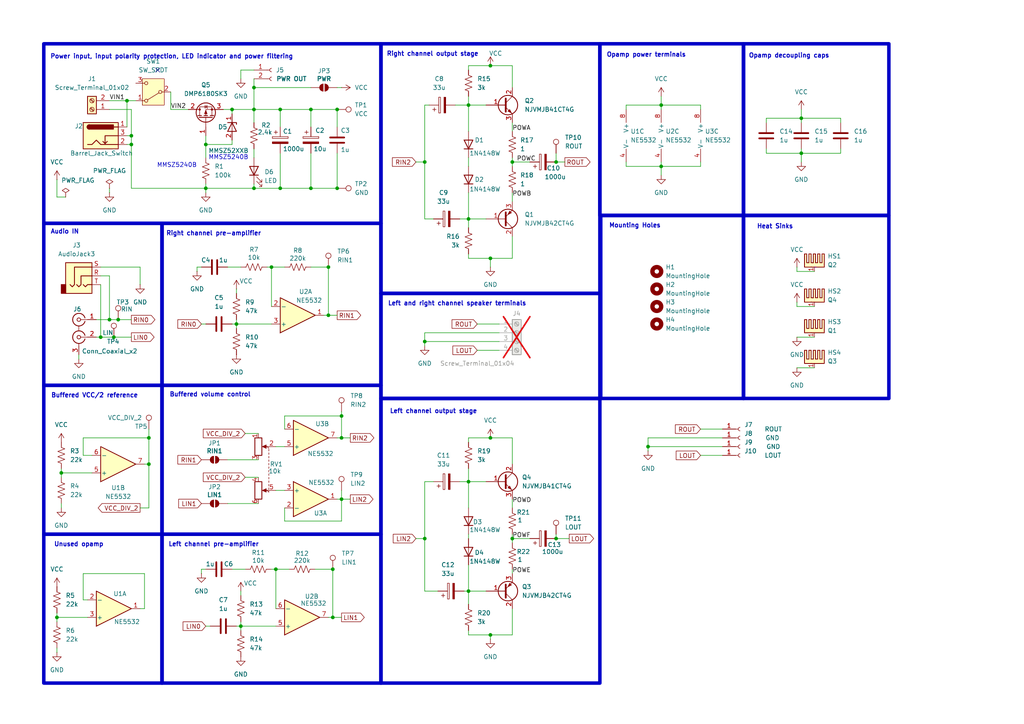
<source format=kicad_sch>
(kicad_sch (version 20250114) (generator "eeschema") (generator_version "9.0")
  (paper "A4")
  (title_block (title "Basic Stereo Amp") (date "2024-09-29") (rev "v3") (comment 1 "Author: Hussam Al-Hertani"))
  (rectangle (start 12.7 111.76) (end 46.99 154.94) (stroke (width 1.016)))
  (rectangle (start 215.646 62.484) (end 257.81 115.57) (stroke (width 1.016)))
  (rectangle (start 110.49 12.7) (end 173.99 85.09) (stroke (width 1.016)))
  (rectangle (start 110.49 85.09) (end 173.99 115.57) (stroke (width 1.016)))
  (rectangle (start 46.99 154.94) (end 110.49 198.12) (stroke (width 1.016)))
  (rectangle (start 173.99 12.7) (end 215.646 62.484) (stroke (width 1.016)))
  (rectangle (start 46.99 64.77) (end 110.49 111.76) (stroke (width 1.016)))
  (rectangle (start 12.7 12.7) (end 110.49 64.77) (stroke (width 1.016)))
  (rectangle (start 12.7 64.77) (end 46.99 111.76) (stroke (width 1.016)))
  (rectangle (start 174.244 62.484) (end 215.646 115.57) (stroke (width 1.016)))
  (rectangle (start 46.99 111.76) (end 110.49 154.94) (stroke (width 1.016)))
  (rectangle (start 215.646 12.7) (end 257.81 62.484) (stroke (width 1.016)))
  (rectangle (start 12.7 154.94) (end 46.99 198.12) (stroke (width 1.016)))
  (rectangle (start 110.49 115.57) (end 173.99 198.12) (stroke (width 1.016)))
  (text "Left channel output stage" (at 125.73 119.38 0) (effects (font (size 1.27 1.27) (thickness 0.254) (bold yes))))
  (text "Audio IN" (at 18.796 67.31 0) (effects (font (size 1.27 1.27) (thickness 0.254) (bold yes))))
  (text "MMSZ5240B" (at 60.452 46.482 0) (effects (font (size 1.27 1.27)) (justify left bottom)))
  (text "Heat Sinks" (at 224.79 65.786 0) (effects (font (size 1.27 1.27) (thickness 0.254) (bold yes))))
  (text "Opamp decoupling caps" (at 228.854 16.256 0) (effects (font (size 1.27 1.27) (thickness 0.254) (bold yes))))
  (text "Mounting Holes" (at 184.15 65.532 0) (effects (font (size 1.27 1.27) (thickness 0.254) (bold yes))))
  (text "Buffered volume control" (at 60.96 114.554 0) (effects (font (size 1.27 1.27) (thickness 0.254) (bold yes))))
  (text "Opamp power terminals" (at 187.452 16.002 0) (effects (font (size 1.27 1.27) (thickness 0.254) (bold yes))))
  (text "Right channel pre-amplifier" (at 61.976 67.818 0) (effects (font (size 1.27 1.27) (thickness 0.254) (bold yes))))
  (text "Buffered VCC/2 reference" (at 27.432 114.808 0) (effects (font (size 1.27 1.27) (thickness 0.254) (bold yes))))
  (text "Unused opamp" (at 22.86 157.988 0) (effects (font (size 1.27 1.27) (thickness 0.254) (bold yes))))
  (text "Right channel output stage" (at 125.476 15.748 0) (effects (font (size 1.27 1.27) (thickness 0.254) (bold yes))))
  (text "MMSZ5240B" (at 51.308 48.006 0) (effects (font (size 1.27 1.27))))
  (text "Left and right channel speaker terminals" (at 132.588 88.138 0) (effects (font (size 1.27 1.27) (thickness 0.254) (bold yes))))
  (text "Left channel pre-amplifier" (at 61.976 157.988 0) (effects (font (size 1.27 1.27) (thickness 0.254) (bold yes))))
  (text "Power input, input polarity protection, LED indicator and power filtering " (at 50.292 16.51 0) (effects (font (size 1.27 1.27) (thickness 0.254) (bold yes))))
  (junction (at 232.41 44.45))
  (junction (at 69.85 181.61))
  (junction (at 99.06 120.65))
  (junction (at 80.01 165.1))
  (junction (at 81.28 31.75))
  (junction (at 123.19 99.06))
  (junction (at 16.51 179.07))
  (junction (at 123.19 156.21))
  (junction (at 73.66 31.75))
  (junction (at 59.69 54.61))
  (junction (at 142.24 74.93))
  (junction (at 135.89 171.45))
  (junction (at 142.24 19.05))
  (junction (at 68.58 93.98))
  (junction (at 148.59 46.99))
  (junction (at 135.89 63.5))
  (junction (at 33.02 97.79))
  (junction (at 187.96 129.54))
  (junction (at 96.52 165.1))
  (junction (at 34.29 92.71))
  (junction (at 43.18 134.62))
  (junction (at 43.18 127))
  (junction (at 95.25 77.47))
  (junction (at 73.66 25.4))
  (junction (at 232.41 34.29))
  (junction (at 31.75 92.71))
  (junction (at 38.1 41.91))
  (junction (at 97.79 31.75))
  (junction (at 78.74 77.47))
  (junction (at 67.31 31.75))
  (junction (at 90.17 54.61))
  (junction (at 123.19 46.99))
  (junction (at 135.89 30.48))
  (junction (at 17.78 137.16))
  (junction (at 161.29 46.99))
  (junction (at 135.89 139.7))
  (junction (at 191.77 48.26))
  (junction (at 191.77 30.48))
  (junction (at 161.29 156.21))
  (junction (at 142.24 127))
  (junction (at 148.59 156.21))
  (junction (at 90.17 31.75))
  (junction (at 99.06 144.78))
  (junction (at 97.79 54.61))
  (junction (at 73.66 54.61))
  (junction (at 95.25 91.44))
  (junction (at 81.28 54.61))
  (junction (at 99.06 127))
  (junction (at 59.69 41.91))
  (junction (at 29.21 97.79))
  (junction (at 142.24 184.15))
  (junction (at 96.52 179.07))
  (junction (at 38.1 39.37))
  (junction (at 36.83 29.21))
  (no_connect (at 45.72 20.32))
  (wire (pts (xy 99.06 144.78) (xy 99.06 151.13)))
  (wire (pts (xy 140.97 30.48) (xy 135.89 30.48)))
  (wire (pts (xy 138.43 93.98) (xy 144.78 93.98)))
  (wire (pts (xy 43.18 127) (xy 43.18 134.62)))
  (wire (pts (xy 148.59 45.72) (xy 148.59 46.99)))
  (wire (pts (xy 66.04 133.35) (xy 74.93 133.35)))
  (wire (pts (xy 97.79 54.61) (xy 90.17 54.61)))
  (wire (pts (xy 97.79 144.78) (xy 99.06 144.78)))
  (wire (pts (xy 69.85 22.86) (xy 69.85 20.32)))
  (wire (pts (xy 71.12 138.43) (xy 74.93 138.43)))
  (wire (pts (xy 203.2 48.26) (xy 203.2 46.99)))
  (wire (pts (xy 68.58 92.71) (xy 68.58 93.98)))
  (wire (pts (xy 96.52 179.07) (xy 96.52 165.1)))
  (wire (pts (xy 80.01 165.1) (xy 83.82 165.1)))
  (wire (pts (xy 134.62 171.45) (xy 135.89 171.45)))
  (wire (pts (xy 181.61 30.48) (xy 191.77 30.48)))
  (wire (pts (xy 68.58 83.82) (xy 68.58 85.09)))
  (wire (pts (xy 142.24 19.05) (xy 148.59 19.05)))
  (wire (pts (xy 135.89 19.05) (xy 135.89 20.32)))
  (wire (pts (xy 123.19 99.06) (xy 123.19 100.33)))
  (wire (pts (xy 58.42 93.98) (xy 59.69 93.98)))
  (wire (pts (xy 123.19 96.52) (xy 123.19 99.06)))
  (wire (pts (xy 135.89 63.5) (xy 135.89 66.04)))
  (wire (pts (xy 24.13 127) (xy 43.18 127)))
  (wire (pts (xy 123.19 139.7) (xy 123.19 156.21)))
  (wire (pts (xy 132.08 30.48) (xy 135.89 30.48)))
  (wire (pts (xy 231.14 88.9) (xy 231.14 87.63)))
  (wire (pts (xy 148.59 156.21) (xy 148.59 157.48)))
  (wire (pts (xy 123.19 30.48) (xy 123.19 46.99)))
  (wire (pts (xy 232.41 34.29) (xy 232.41 35.56)))
  (wire (pts (xy 69.85 181.61) (xy 80.01 181.61)))
  (wire (pts (xy 231.14 78.74) (xy 231.14 77.47)))
  (wire (pts (xy 123.19 96.52) (xy 144.78 96.52)))
  (wire (pts (xy 80.01 142.24) (xy 82.55 142.24)))
  (wire (pts (xy 69.85 180.34) (xy 69.85 181.61)))
  (wire (pts (xy 43.18 124.46) (xy 43.18 127)))
  (wire (pts (xy 135.89 127) (xy 135.89 128.27)))
  (wire (pts (xy 16.51 187.96) (xy 16.51 189.23)))
  (wire (pts (xy 148.59 46.99) (xy 148.59 48.26)))
  (wire (pts (xy 222.25 44.45) (xy 232.41 44.45)))
  (wire (pts (xy 99.06 144.78) (xy 101.6 144.78)))
  (wire (pts (xy 59.69 39.37) (xy 59.69 41.91)))
  (wire (pts (xy 95.25 91.44) (xy 95.25 77.47)))
  (wire (pts (xy 40.64 176.53) (xy 41.91 176.53)))
  (wire (pts (xy 191.77 30.48) (xy 203.2 30.48)))
  (wire (pts (xy 187.96 127) (xy 187.96 129.54)))
  (wire (pts (xy 123.19 156.21) (xy 123.19 171.45)))
  (wire (pts (xy 25.4 173.99) (xy 24.13 173.99)))
  (wire (pts (xy 135.89 27.94) (xy 135.89 30.48)))
  (wire (pts (xy 31.75 54.61) (xy 31.75 55.88)))
  (wire (pts (xy 17.78 137.16) (xy 17.78 138.43)))
  (wire (pts (xy 135.89 171.45) (xy 135.89 175.26)))
  (wire (pts (xy 232.41 34.29) (xy 243.84 34.29)))
  (wire (pts (xy 31.75 80.01) (xy 31.75 92.71)))
  (wire (pts (xy 43.18 147.32) (xy 43.18 134.62)))
  (wire (pts (xy 17.78 135.89) (xy 17.78 137.16)))
  (wire (pts (xy 99.06 127) (xy 99.06 120.65)))
  (wire (pts (xy 69.85 171.45) (xy 69.85 172.72)))
  (wire (pts (xy 26.67 132.08) (xy 24.13 132.08)))
  (wire (pts (xy 80.01 129.54) (xy 82.55 129.54)))
  (wire (pts (xy 58.42 165.1) (xy 58.42 166.37)))
  (wire (pts (xy 148.59 46.99) (xy 153.67 46.99)))
  (wire (pts (xy 231.14 106.68) (xy 236.22 106.68)))
  (wire (pts (xy 142.24 74.93) (xy 142.24 77.47)))
  (wire (pts (xy 161.29 46.99) (xy 163.83 46.99)))
  (wire (pts (xy 57.15 77.47) (xy 58.42 77.47)))
  (wire (pts (xy 81.28 54.61) (xy 73.66 54.61)))
  (wire (pts (xy 16.51 177.8) (xy 16.51 179.07)))
  (wire (pts (xy 66.04 77.47) (xy 69.85 77.47)))
  (wire (pts (xy 58.42 165.1) (xy 59.69 165.1)))
  (wire (pts (xy 95.25 91.44) (xy 93.98 91.44)))
  (wire (pts (xy 231.14 97.79) (xy 236.22 97.79)))
  (wire (pts (xy 236.22 78.74) (xy 231.14 78.74)))
  (wire (pts (xy 99.06 119.38) (xy 99.06 120.65)))
  (wire (pts (xy 81.28 44.45) (xy 81.28 54.61)))
  (wire (pts (xy 41.91 166.37) (xy 41.91 176.53)))
  (wire (pts (xy 203.2 124.46) (xy 209.55 124.46)))
  (wire (pts (xy 95.25 91.44) (xy 97.79 91.44)))
  (wire (pts (xy 36.83 29.21) (xy 39.37 29.21)))
  (wire (pts (xy 16.51 57.15) (xy 19.05 57.15)))
  (wire (pts (xy 135.89 127) (xy 142.24 127)))
  (wire (pts (xy 99.06 151.13) (xy 82.55 151.13)))
  (wire (pts (xy 22.86 102.87) (xy 22.86 104.14)))
  (wire (pts (xy 142.24 184.15) (xy 142.24 185.42)))
  (wire (pts (xy 90.17 31.75) (xy 97.79 31.75)))
  (wire (pts (xy 148.59 19.05) (xy 148.59 25.4)))
  (wire (pts (xy 222.25 43.18) (xy 222.25 44.45)))
  (wire (pts (xy 148.59 154.94) (xy 148.59 156.21)))
  (wire (pts (xy 148.59 165.1) (xy 148.59 166.37)))
  (wire (pts (xy 29.21 82.55) (xy 29.21 97.79)))
  (wire (pts (xy 24.13 166.37) (xy 41.91 166.37)))
  (wire (pts (xy 91.44 165.1) (xy 96.52 165.1)))
  (wire (pts (xy 31.75 92.71) (xy 34.29 92.71)))
  (wire (pts (xy 232.41 43.18) (xy 232.41 44.45)))
  (wire (pts (xy 67.31 31.75) (xy 73.66 31.75)))
  (wire (pts (xy 161.29 154.94) (xy 161.29 156.21)))
  (wire (pts (xy 181.61 46.99) (xy 181.61 48.26)))
  (wire (pts (xy 67.31 40.64) (xy 67.31 41.91)))
  (wire (pts (xy 243.84 44.45) (xy 243.84 43.18)))
  (wire (pts (xy 29.21 97.79) (xy 33.02 97.79)))
  (wire (pts (xy 97.79 25.4) (xy 99.06 25.4)))
  (wire (pts (xy 97.79 44.45) (xy 97.79 54.61)))
  (wire (pts (xy 38.1 54.61) (xy 38.1 41.91)))
  (wire (pts (xy 161.29 156.21) (xy 165.1 156.21)))
  (wire (pts (xy 232.41 44.45) (xy 232.41 46.99)))
  (wire (pts (xy 142.24 127) (xy 148.59 127)))
  (wire (pts (xy 142.24 74.93) (xy 135.89 74.93)))
  (wire (pts (xy 59.69 54.61) (xy 38.1 54.61)))
  (wire (pts (xy 203.2 30.48) (xy 203.2 31.75)))
  (wire (pts (xy 90.17 77.47) (xy 95.25 77.47)))
  (wire (pts (xy 187.96 127) (xy 209.55 127)))
  (wire (pts (xy 36.83 39.37) (xy 38.1 39.37)))
  (wire (pts (xy 36.83 41.91) (xy 38.1 41.91)))
  (wire (pts (xy 133.35 63.5) (xy 135.89 63.5)))
  (wire (pts (xy 135.89 45.72) (xy 135.89 48.26)))
  (wire (pts (xy 73.66 25.4) (xy 73.66 31.75)))
  (wire (pts (xy 66.04 146.05) (xy 74.93 146.05)))
  (wire (pts (xy 90.17 44.45) (xy 90.17 54.61)))
  (wire (pts (xy 232.41 31.75) (xy 232.41 34.29)))
  (wire (pts (xy 187.96 129.54) (xy 187.96 130.81)))
  (wire (pts (xy 232.41 44.45) (xy 243.84 44.45)))
  (wire (pts (xy 161.29 44.45) (xy 161.29 46.99)))
  (wire (pts (xy 33.02 97.79) (xy 38.1 97.79)))
  (wire (pts (xy 203.2 132.08) (xy 209.55 132.08)))
  (wire (pts (xy 78.74 165.1) (xy 80.01 165.1)))
  (wire (pts (xy 120.65 156.21) (xy 123.19 156.21)))
  (wire (pts (xy 135.89 30.48) (xy 135.89 38.1)))
  (wire (pts (xy 135.89 74.93) (xy 135.89 73.66)))
  (wire (pts (xy 67.31 33.02) (xy 67.31 31.75)))
  (wire (pts (xy 148.59 144.78) (xy 148.59 147.32)))
  (wire (pts (xy 123.19 63.5) (xy 125.73 63.5)))
  (wire (pts (xy 36.83 29.21) (xy 36.83 36.83)))
  (wire (pts (xy 31.75 29.21) (xy 36.83 29.21)))
  (wire (pts (xy 78.74 77.47) (xy 82.55 77.47)))
  (wire (pts (xy 27.94 92.71) (xy 31.75 92.71)))
  (wire (pts (xy 90.17 31.75) (xy 81.28 31.75)))
  (wire (pts (xy 24.13 132.08) (xy 24.13 127)))
  (wire (pts (xy 135.89 63.5) (xy 140.97 63.5)))
  (wire (pts (xy 67.31 165.1) (xy 71.12 165.1)))
  (wire (pts (xy 80.01 176.53) (xy 80.01 165.1)))
  (wire (pts (xy 135.89 135.89) (xy 135.89 139.7)))
  (wire (pts (xy 49.53 31.75) (xy 54.61 31.75)))
  (wire (pts (xy 41.91 134.62) (xy 43.18 134.62)))
  (wire (pts (xy 135.89 171.45) (xy 140.97 171.45)))
  (wire (pts (xy 29.21 77.47) (xy 40.64 77.47)))
  (wire (pts (xy 191.77 30.48) (xy 191.77 31.75)))
  (wire (pts (xy 142.24 184.15) (xy 135.89 184.15)))
  (wire (pts (xy 68.58 181.61) (xy 69.85 181.61)))
  (wire (pts (xy 148.59 55.88) (xy 148.59 58.42)))
  (wire (pts (xy 99.06 120.65) (xy 82.55 120.65)))
  (wire (pts (xy 138.43 101.6) (xy 144.78 101.6)))
  (wire (pts (xy 57.15 77.47) (xy 57.15 78.74)))
  (wire (pts (xy 16.51 179.07) (xy 16.51 180.34)))
  (wire (pts (xy 82.55 151.13) (xy 82.55 147.32)))
  (wire (pts (xy 148.59 127) (xy 148.59 134.62)))
  (wire (pts (xy 148.59 68.58) (xy 148.59 74.93)))
  (wire (pts (xy 191.77 48.26) (xy 191.77 50.8)))
  (wire (pts (xy 135.89 19.05) (xy 142.24 19.05)))
  (wire (pts (xy 17.78 146.05) (xy 17.78 147.32)))
  (wire (pts (xy 81.28 31.75) (xy 73.66 31.75)))
  (wire (pts (xy 148.59 176.53) (xy 148.59 184.15)))
  (wire (pts (xy 68.58 93.98) (xy 78.74 93.98)))
  (wire (pts (xy 222.25 35.56) (xy 222.25 34.29)))
  (wire (pts (xy 90.17 31.75) (xy 90.17 36.83)))
  (wire (pts (xy 40.64 147.32) (xy 43.18 147.32)))
  (wire (pts (xy 96.52 179.07) (xy 99.06 179.07)))
  (wire (pts (xy 73.66 22.86) (xy 73.66 25.4)))
  (wire (pts (xy 135.89 55.88) (xy 135.89 63.5)))
  (wire (pts (xy 59.69 54.61) (xy 59.69 55.88)))
  (wire (pts (xy 77.47 77.47) (xy 78.74 77.47)))
  (wire (pts (xy 99.06 142.24) (xy 99.06 144.78)))
  (wire (pts (xy 59.69 53.34) (xy 59.69 54.61)))
  (wire (pts (xy 243.84 34.29) (xy 243.84 35.56)))
  (wire (pts (xy 123.19 99.06) (xy 144.78 99.06)))
  (wire (pts (xy 191.77 27.94) (xy 191.77 30.48)))
  (wire (pts (xy 82.55 120.65) (xy 82.55 124.46)))
  (wire (pts (xy 120.65 46.99) (xy 123.19 46.99)))
  (wire (pts (xy 181.61 48.26) (xy 191.77 48.26)))
  (wire (pts (xy 78.74 88.9) (xy 78.74 77.47)))
  (wire (pts (xy 148.59 184.15) (xy 142.24 184.15)))
  (wire (pts (xy 69.85 20.32) (xy 73.66 20.32)))
  (wire (pts (xy 123.19 171.45) (xy 127 171.45)))
  (wire (pts (xy 135.89 163.83) (xy 135.89 171.45)))
  (wire (pts (xy 67.31 31.75) (xy 64.77 31.75)))
  (wire (pts (xy 191.77 48.26) (xy 203.2 48.26)))
  (wire (pts (xy 49.53 26.67) (xy 49.53 31.75)))
  (wire (pts (xy 38.1 41.91) (xy 38.1 39.37)))
  (wire (pts (xy 123.19 46.99) (xy 123.19 63.5)))
  (wire (pts (xy 97.79 127) (xy 99.06 127)))
  (wire (pts (xy 148.59 35.56) (xy 148.59 38.1)))
  (wire (pts (xy 90.17 54.61) (xy 81.28 54.61)))
  (wire (pts (xy 59.69 41.91) (xy 59.69 45.72)))
  (wire (pts (xy 73.66 25.4) (xy 90.17 25.4)))
  (wire (pts (xy 73.66 53.34) (xy 73.66 54.61)))
  (wire (pts (xy 31.75 31.75) (xy 38.1 31.75)))
  (wire (pts (xy 17.78 137.16) (xy 26.67 137.16)))
  (wire (pts (xy 97.79 31.75) (xy 97.79 36.83)))
  (wire (pts (xy 24.13 173.99) (xy 24.13 166.37)))
  (wire (pts (xy 34.29 92.71) (xy 38.1 92.71)))
  (wire (pts (xy 135.89 154.94) (xy 135.89 156.21)))
  (wire (pts (xy 67.31 41.91) (xy 59.69 41.91)))
  (wire (pts (xy 99.06 127) (xy 101.6 127)))
  (wire (pts (xy 38.1 31.75) (xy 38.1 39.37)))
  (wire (pts (xy 124.46 30.48) (xy 123.19 30.48)))
  (wire (pts (xy 29.21 80.01) (xy 31.75 80.01)))
  (wire (pts (xy 73.66 54.61) (xy 59.69 54.61)))
  (wire (pts (xy 222.25 34.29) (xy 232.41 34.29)))
  (wire (pts (xy 96.52 179.07) (xy 95.25 179.07)))
  (wire (pts (xy 68.58 93.98) (xy 68.58 95.25)))
  (wire (pts (xy 191.77 46.99) (xy 191.77 48.26)))
  (wire (pts (xy 236.22 88.9) (xy 231.14 88.9)))
  (wire (pts (xy 69.85 181.61) (xy 69.85 182.88)))
  (wire (pts (xy 71.12 125.73) (xy 74.93 125.73)))
  (wire (pts (xy 27.94 97.79) (xy 29.21 97.79)))
  (wire (pts (xy 67.31 93.98) (xy 68.58 93.98)))
  (wire (pts (xy 140.97 139.7) (xy 135.89 139.7)))
  (wire (pts (xy 181.61 31.75) (xy 181.61 30.48)))
  (wire (pts (xy 73.66 31.75) (xy 73.66 35.56)))
  (wire (pts (xy 135.89 139.7) (xy 135.89 147.32)))
  (wire (pts (xy 148.59 74.93) (xy 142.24 74.93)))
  (wire (pts (xy 148.59 156.21) (xy 153.67 156.21)))
  (wire (pts (xy 16.51 179.07) (xy 25.4 179.07)))
  (wire (pts (xy 40.64 77.47) (xy 40.64 82.55)))
  (wire (pts (xy 59.69 181.61) (xy 60.96 181.61)))
  (wire (pts (xy 133.35 139.7) (xy 135.89 139.7)))
  (wire (pts (xy 135.89 184.15) (xy 135.89 182.88)))
  (wire (pts (xy 81.28 31.75) (xy 81.28 36.83)))
  (wire (pts (xy 16.51 52.07) (xy 16.51 57.15)))
  (wire (pts (xy 73.66 43.18) (xy 73.66 45.72)))
  (wire (pts (xy 125.73 139.7) (xy 123.19 139.7)))
  (wire (pts (xy 187.96 129.54) (xy 209.55 129.54)))
  (label "VIN2" (at 49.53 31.75 0))
  (label "POWA" (at 148.59 38.1 0))
  (label "POWD" (at 148.59 146.05 0))
  (label "VIN1" (at 31.75 29.21 0))
  (label "POWE" (at 148.59 166.37 0))
  (label "POWF" (at 148.59 156.21 0))
  (label "POWC" (at 149.86 46.99 0))
  (label "POWB" (at 148.59 57.15 0))
  (global_label "RIN1" (shape input) (at 58.42 133.35 180) (property "Intersheetrefs" "${INTERSHEET_REFS}" (effects (hide yes))))
  (global_label "ROUT" (shape output) (at 163.83 46.99 0) (property "Intersheetrefs" "${INTERSHEET_REFS}" (effects (hide yes))))
  (global_label "VCC_DIV_2" (shape input) (at 71.12 138.43 180) (property "Intersheetrefs" "${INTERSHEET_REFS}" (effects (hide yes))))
  (global_label "RIN2" (shape output) (at 101.6 127 0) (property "Intersheetrefs" "${INTERSHEET_REFS}" (effects (hide yes))))
  (global_label "RIN1" (shape output) (at 97.79 91.44 0) (property "Intersheetrefs" "${INTERSHEET_REFS}" (effects (hide yes))))
  (global_label "LOUT" (shape input) (at 203.2 132.08 180) (property "Intersheetrefs" "${INTERSHEET_REFS}" (effects (hide yes))))
  (global_label "LIN2" (shape input) (at 120.65 156.21 180) (property "Intersheetrefs" "${INTERSHEET_REFS}" (effects (hide yes))))
  (global_label "LIN0" (shape input) (at 59.69 181.61 180) (property "Intersheetrefs" "${INTERSHEET_REFS}" (effects (hide yes))))
  (global_label "RIN0" (shape input) (at 58.42 93.98 180) (property "Intersheetrefs" "${INTERSHEET_REFS}" (effects (hide yes))))
  (global_label "ROUT" (shape input) (at 138.43 93.98 180) (property "Intersheetrefs" "${INTERSHEET_REFS}" (effects (hide yes))))
  (global_label "RIN0" (shape output) (at 38.1 92.71 0) (property "Intersheetrefs" "${INTERSHEET_REFS}" (effects (hide yes))))
  (global_label "RIN2" (shape input) (at 120.65 46.99 180) (property "Intersheetrefs" "${INTERSHEET_REFS}" (effects (hide yes))))
  (global_label "LIN2" (shape output) (at 101.6 144.78 0) (property "Intersheetrefs" "${INTERSHEET_REFS}" (effects (hide yes))))
  (global_label "LIN1" (shape output) (at 99.06 179.07 0) (property "Intersheetrefs" "${INTERSHEET_REFS}" (effects (hide yes))))
  (global_label "LIN1" (shape input) (at 58.42 146.05 180) (property "Intersheetrefs" "${INTERSHEET_REFS}" (effects (hide yes))))
  (global_label "LOUT" (shape output) (at 165.1 156.21 0) (property "Intersheetrefs" "${INTERSHEET_REFS}" (effects (hide yes))))
  (global_label "VCC_DIV_2" (shape output) (at 40.64 147.32 180) (property "Intersheetrefs" "${INTERSHEET_REFS}" (effects (hide yes))))
  (global_label "ROUT" (shape input) (at 203.2 124.46 180) (property "Intersheetrefs" "${INTERSHEET_REFS}" (effects (hide yes))))
  (global_label "LOUT" (shape input) (at 138.43 101.6 180) (property "Intersheetrefs" "${INTERSHEET_REFS}" (effects (hide yes))))
  (global_label "VCC_DIV_2" (shape input) (at 71.12 125.73 180) (property "Intersheetrefs" "${INTERSHEET_REFS}" (effects (hide yes))))
  (global_label "LIN0" (shape output) (at 38.1 97.79 0) (property "Intersheetrefs" "${INTERSHEET_REFS}" (effects (hide yes))))
  (symbol (lib_id "power:GND") (at 142.24 185.42 0) (unit 1)
    (property "Reference" "#PWR031" (effects (hide yes)))
    (property "Value" "GND" (at 142.24 190.5 0))
    (property "Description" "Power symbol creates a global label with name \"GND\" , ground" (effects (hide yes)))
  )
  (symbol (lib_id "power:GND") (at 59.69 55.88 0) (unit 1)
    (property "Reference" "#PWR02" (effects (hide yes)))
    (property "Value" "GND" (at 59.69 60.96 0))
    (property "Description" "Power symbol creates a global label with name \"GND\" , ground" (effects (hide yes)))
  )
  (symbol (lib_id "power:GND") (at 58.42 166.37 0) (unit 1)
    (property "Reference" "#PWR017" (effects (hide yes)))
    (property "Value" "GND" (at 58.42 171.45 0))
    (property "Description" "Power symbol creates a global label with name \"GND\" , ground" (effects (hide yes)))
  )
  (symbol (lib_name "VCC_2") (lib_id "power:VCC") (at 142.24 19.05 0) (unit 1)
    (property "Reference" "#PWR012" (effects (hide yes)))
    (property "Value" "VCC" (at 143.764 15.494 0))
    (property "Description" "Power symbol creates a global label with name \"VCC\"" (effects (hide yes)))
  )
  (symbol (lib_id "Connector:TestPoint") (at 161.29 154.94 0) (unit 1)
    (property "Reference" "TP11" (at 163.83 150.3679 0) (effects (justify left)))
    (property "Value" "LOUT" (at 163.83 152.9079 0) (effects (justify left)))
    (property "Footprint" "TestPoint:TestPoint_THTPad_D2.0mm_Drill1.0mm" (effects (hide yes)))
  )
  (symbol (lib_id "Device:R_US") (at 73.66 39.37 0) (unit 1)
    (property "Reference" "R2" (at 78.486 36.322 0) (effects (justify right)))
    (property "Value" "2.4k" (at 78.994 38.354 0) (effects (justify right)))
    (property "Footprint" "Resistor_SMD:R_1206_3216Metric_Pad1.30x1.75mm_HandSolder" (effects (hide yes)))
  )
  (symbol (lib_id "myparts:NJVMJB42CT4G") (at 147.32 63.5 0) (mirror x) (unit 1)
    (property "Reference" "Q1" (at 152.146 62.23 0) (effects (justify left)))
    (property "Value" "NJVMJB42CT4G" (at 152.146 64.77 0) (effects (justify left)))
    (property "Footprint" "Package_TO_SOT_SMD:TO-263-2" (effects (hide yes)))
  )
  (symbol (lib_id "Connector:TestPoint") (at 99.06 142.24 0) (unit 1)
    (property "Reference" "TP9" (at 101.6 137.6679 0) (effects (justify left)))
    (property "Value" "LIN2" (at 101.6 140.2079 0) (effects (justify left)))
    (property "Footprint" "TestPoint:TestPoint_THTPad_D2.0mm_Drill1.0mm" (effects (hide yes)))
  )
  (symbol (lib_id "Connector:TestPoint") (at 97.79 54.61 270) (unit 1)
    (property "Reference" "TP2" (at 102.87 53.3399 90) (effects (justify left)))
    (property "Value" "GND" (at 102.87 55.8799 90) (effects (justify left)))
    (property "Footprint" "TestPoint:TestPoint_THTPad_D2.0mm_Drill1.0mm" (effects (hide yes)))
  )
  (symbol (lib_id "Connector:TestPoint") (at 161.29 44.45 0) (unit 1)
    (property "Reference" "TP10" (at 163.83 39.8779 0) (effects (justify left)))
    (property "Value" "ROUT" (at 163.83 42.4179 0) (effects (justify left)))
    (property "Footprint" "TestPoint:TestPoint_THTPad_D2.0mm_Drill1.0mm" (effects (hide yes)))
  )
  (symbol (lib_id "Device:C") (at 62.23 77.47 270) (unit 1)
    (property "Reference" "C4" (at 59.69 75.438 90))
    (property "Value" "1u" (at 64.77 75.438 90))
    (property "Footprint" "Capacitor_SMD:C_1206_3216Metric_Pad1.33x1.80mm_HandSolder" (effects (hide yes)))
  )
  (symbol (lib_id "Device:C") (at 63.5 93.98 270) (unit 1)
    (property "Reference" "C5" (at 63.5 86.36 90))
    (property "Value" "1u" (at 63.5 88.9 90))
    (property "Footprint" "Capacitor_SMD:C_1206_3216Metric_Pad1.33x1.80mm_HandSolder" (effects (hide yes)))
  )
  (symbol (lib_id "power:GND") (at 57.15 78.74 0) (unit 1)
    (property "Reference" "#PWR028" (effects (hide yes)))
    (property "Value" "GND" (at 57.15 83.82 0))
    (property "Description" "Power symbol creates a global label with name \"GND\" , ground" (effects (hide yes)))
  )
  (symbol (lib_id "Connector:Barrel_Jack_Switch") (at 29.21 39.37 0) (unit 1)
    (property "Reference" "J2" (at 22.86 36.576 0))
    (property "Value" "Barrel_Jack_Switch" (at 29.464 44.45 0))
    (property "Footprint" "Connector_BarrelJack:BarrelJack_CUI_PJ-102AH_Horizontal" (effects (hide yes)))
    (property "Description" "DC Barrel Jack with an internal switch" (effects (hide yes)))
  )
  (symbol (lib_name "VCC_2") (lib_id "power:VCC") (at 17.78 128.27 0) (unit 1)
    (property "Reference" "#PWR027" (effects (hide yes)))
    (property "Value" "VCC" (at 17.78 123.19 0))
    (property "Description" "Power symbol creates a global label with name \"VCC\"" (effects (hide yes)))
  )
  (symbol (lib_id "Jumper:SolderJumper_2_Open") (at 62.23 133.35 0) (unit 1) (in_bom no)
    (property "Reference" "JP1" (at 62.23 128.524 0))
    (property "Value" "RIN1" (at 62.23 130.81 0) (effects (font (thickness 0.254) (bold yes))))
    (property "Footprint" "Jumper:SolderJumper-2_P1.3mm_Open_TrianglePad1.0x1.5mm" (effects (hide yes)))
    (property "Description" "Solder Jumper, 2-pole, open" (effects (hide yes)))
  )
  (symbol (lib_id "Device:C_Polarized") (at 129.54 139.7 90) (unit 1)
    (property "Reference" "C11" (at 128.651 132.08 90))
    (property "Value" "33u" (at 128.651 134.62 90))
    (property "Footprint" "Capacitor_SMD:C_Elec_6.3x5.4" (effects (hide yes)))
  )
  (symbol (lib_id "Device:C_Polarized") (at 129.54 63.5 90) (unit 1)
    (property "Reference" "C9" (at 128.651 55.88 90))
    (property "Value" "33u" (at 128.651 58.42 90))
    (property "Footprint" "Capacitor_SMD:C_Elec_6.3x5.4" (effects (hide yes)))
  )
  (symbol (lib_id "Device:R_Potentiometer_Dual") (at 77.47 135.89 270) (unit 1)
    (property "Reference" "RV1" (at 82.042 134.62 90) (effects (justify right)))
    (property "Value" "10k" (at 81.534 136.652 90) (effects (justify right)))
    (property "Footprint" "myparts:PTD902-2015K-B103" (effects (hide yes)))
  )
  (symbol (lib_id "Amplifier_Operational:NE5532") (at 205.74 39.37 0) (unit 3)
    (property "Reference" "U3" (at 204.47 38.1 0) (effects (justify left)))
    (property "Value" "NE5532" (at 204.47 40.64 0) (effects (justify left)))
    (property "Footprint" "Package_SO:SOIC-8_3.9x4.9mm_P1.27mm" (effects (hide yes)))
    (property "Datasheet" "http://www.ti.com/lit/ds/symlink/ne5532.pdf" (effects (hide yes)))
  )
  (symbol (lib_id "Device:C_Polarized") (at 90.17 40.64 0) (unit 1)
    (property "Reference" "C2" (at 91.44 37.846 0) (effects (justify left)))
    (property "Value" "10u" (at 90.932 43.18 0) (effects (justify left)))
    (property "Footprint" "Capacitor_SMD:CP_Elec_5x5.3" (effects (hide yes)))
  )
  (symbol (lib_id "power:GND") (at 232.41 46.99 0) (unit 1)
    (property "Reference" "#PWR09" (effects (hide yes)))
    (property "Value" "GND" (at 232.41 52.07 0))
    (property "Description" "Power symbol creates a global label with name \"GND\" , ground" (effects (hide yes)))
  )
  (symbol (lib_id "Diode:1N4148W") (at 135.89 160.02 90) (unit 1)
    (property "Reference" "D4" (at 137.668 160.274 90) (effects (justify right)))
    (property "Value" "1N4148W" (at 136.144 162.814 90) (effects (justify right)))
    (property "Footprint" "Diode_SMD:D_SOD-123" (effects (hide yes)))
    (property "Datasheet" "https://www.vishay.com/docs/85748/1n4148w.pdf" (effects (hide yes)))
    (property "Sim.Device" "D" (effects (hide yes)))
    (property "Sim.Pins" "1=K 2=A" (effects (hide yes)))
  )
  (symbol (lib_id "Connector:TestPoint") (at 99.06 119.38 0) (unit 1)
    (property "Reference" "TP8" (at 101.6 114.8079 0) (effects (justify left)))
    (property "Value" "RIN2" (at 101.6 117.3479 0) (effects (justify left)))
    (property "Footprint" "TestPoint:TestPoint_THTPad_D2.0mm_Drill1.0mm" (effects (hide yes)))
  )
  (symbol (lib_name "VCC_2") (lib_id "power:VCC") (at 232.41 31.75 0) (unit 1)
    (property "Reference" "#PWR016" (effects (hide yes)))
    (property "Value" "VCC" (at 232.41 26.67 0))
    (property "Description" "Power symbol creates a global label with name \"VCC\"" (effects (hide yes)))
  )
  (symbol (lib_id "power:GND") (at 191.77 50.8 0) (unit 1)
    (property "Reference" "#PWR07" (effects (hide yes)))
    (property "Value" "GND" (at 191.77 55.88 0))
    (property "Description" "Power symbol creates a global label with name \"GND\" , ground" (effects (hide yes)))
  )
  (symbol (lib_id "Jumper:SolderJumper_2_Open") (at 93.98 25.4 0) (unit 1) (in_bom no)
    (property "Reference" "JP3" (at 93.98 20.574 0))
    (property "Value" "PWR" (at 93.98 22.86 0) (effects (font (thickness 0.254) (bold yes))))
    (property "Footprint" "Jumper:SolderJumper-2_P1.3mm_Open_TrianglePad1.0x1.5mm" (effects (hide yes)))
    (property "Description" "Solder Jumper, 2-pole, open" (effects (hide yes)))
  )
  (symbol (lib_name "VCC_2") (lib_id "power:VCC") (at 99.06 25.4 270) (unit 1)
    (property "Reference" "#PWR019" (effects (hide yes)))
    (property "Value" "VCC" (at 102.87 25.3999 90) (effects (justify left)))
    (property "Description" "Power symbol creates a global label with name \"VCC\"" (effects (hide yes)))
  )
  (symbol (lib_id "Mechanical:Heatsink_Pad") (at 236.22 76.2 0) (unit 1)
    (property "Reference" "HS1" (at 240.03 74.2949 0) (effects (justify left)))
    (property "Value" "Q2" (at 240.03 76.8349 0) (effects (justify left)))
    (property "Footprint" "Heatsink:Heatsink_AAVID_573300D00010G_TO-263" (effects (hide yes)))
    (property "Datasheet" "~" (at 236.5248 77.47 0))
    (property "Description" "Heatsink with electrical connection, 1 pin" (effects (hide yes)))
  )
  (symbol (lib_id "Amplifier_Operational:NE5532") (at 33.02 176.53 0) (mirror x) (unit 1)
    (property "Reference" "U1" (at 34.798 172.212 0))
    (property "Value" "NE5532" (at 36.83 180.34 0))
    (property "Footprint" "Package_SO:SOIC-8_3.9x4.9mm_P1.27mm" (effects (hide yes)))
    (property "Datasheet" "http://www.ti.com/lit/ds/symlink/ne5532.pdf" (effects (hide yes)))
  )
  (symbol (lib_name "Conn_Coaxial_x2_1") (lib_id "Connector:Conn_Coaxial_x2") (at 22.86 95.25 0) (mirror y) (unit 1)
    (property "Reference" "J6" (at 23.622 89.662 0) (effects (justify left)))
    (property "Value" "Conn_Coaxial_x2" (at 39.878 101.854 0) (effects (justify left)))
    (property "Footprint" "myparts:RCJ-2223" (effects (hide yes)))
    (property "Description" "double coaxial connector (BNC, SMA, SMB, SMC, Cinch/RCA, LEMO, ...)" (effects (hide yes)))
  )
  (symbol (lib_id "Device:C") (at 97.79 40.64 0) (unit 1)
    (property "Reference" "C3" (at 98.806 37.846 0) (effects (justify left)))
    (property "Value" "1u" (at 98.806 43.434 0) (effects (justify left)))
    (property "Footprint" "Capacitor_SMD:C_1206_3216Metric_Pad1.33x1.80mm_HandSolder" (effects (hide yes)))
  )
  (symbol (lib_id "Device:R_US") (at 68.58 99.06 180) (unit 1)
    (property "Reference" "R10" (at 71.12 97.7899 0) (effects (justify right)))
    (property "Value" "47k" (at 71.12 100.3299 0) (effects (justify right)))
    (property "Footprint" "Resistor_SMD:R_1206_3216Metric_Pad1.30x1.75mm_HandSolder" (effects (hide yes)))
  )
  (symbol (lib_id "power:VCC") (at 68.58 83.82 0) (unit 1)
    (property "Reference" "#PWR06" (effects (hide yes)))
    (property "Value" "VCC" (at 71.374 81.534 0))
    (property "Description" "Power symbol creates a global label with name \"VCC\"" (effects (hide yes)))
  )
  (symbol (lib_id "Amplifier_Operational:NE5532") (at 90.17 127 0) (mirror x) (unit 2)
    (property "Reference" "U3" (at 93.472 122.936 0))
    (property "Value" "NE5532" (at 92.964 131.572 0))
    (property "Footprint" "Package_SO:SOIC-8_3.9x4.9mm_P1.27mm" (effects (hide yes)))
    (property "Datasheet" "http://www.ti.com/lit/ds/symlink/ne5532.pdf" (effects (hide yes)))
  )
  (symbol (lib_id "Mechanical:MountingHole") (at 190.5 93.98 0) (unit 1)
    (property "Reference" "H4" (at 193.04 92.71 0) (effects (justify left)))
    (property "Value" "MountingHole" (at 193.04 95.25 0) (effects (justify left)))
    (property "Footprint" "MountingHole:MountingHole_3.2mm_M3_ISO7380" (effects (hide yes)))
  )
  (symbol (lib_id "myparts:NJVMJB41CT4G") (at 148.59 30.48 0) (unit 1)
    (property "Reference" "Q2" (at 152.146 29.21 0) (effects (justify left)))
    (property "Value" "NJVMJB41CT4G" (at 152.146 31.75 0) (effects (justify left)))
    (property "Footprint" "Package_TO_SOT_SMD:TO-263-2" (effects (hide yes)))
  )
  (symbol (lib_id "power:GND") (at 231.14 97.79 0) (unit 1)
    (property "Reference" "#PWR025" (effects (hide yes)))
    (property "Value" "GND" (at 231.14 102.87 0))
    (property "Description" "Power symbol creates a global label with name \"GND\" , ground" (effects (hide yes)))
  )
  (symbol (lib_id "power:GND") (at 231.14 106.68 0) (unit 1)
    (property "Reference" "#PWR026" (effects (hide yes)))
    (property "Value" "GND" (at 231.14 111.76 0))
    (property "Description" "Power symbol creates a global label with name \"GND\" , ground" (effects (hide yes)))
  )
  (symbol (lib_id "Amplifier_Operational:NE5532") (at 90.17 144.78 0) (unit 1)
    (property "Reference" "U3" (at 92.964 148.844 0))
    (property "Value" "NE5532" (at 93.218 139.954 0))
    (property "Footprint" "Package_SO:SOIC-8_3.9x4.9mm_P1.27mm" (effects (hide yes)))
    (property "Datasheet" "http://www.ti.com/lit/ds/symlink/ne5532.pdf" (effects (hide yes)))
  )
  (symbol (lib_id "Device:C") (at 232.41 39.37 0) (unit 1)
    (property "Reference" "C15" (at 236.22 38.0999 0) (effects (justify left)))
    (property "Value" "1u" (at 236.22 40.6399 0) (effects (justify left)))
    (property "Footprint" "Capacitor_SMD:C_1206_3216Metric_Pad1.33x1.80mm_HandSolder" (effects (hide yes)))
  )
  (symbol (lib_id "power:GND") (at 16.51 189.23 0) (unit 1)
    (property "Reference" "#PWR08" (effects (hide yes)))
    (property "Value" "GND" (at 16.51 194.31 0))
    (property "Description" "Power symbol creates a global label with name \"GND\" , ground" (effects (hide yes)))
  )
  (symbol (lib_id "Device:C_Polarized") (at 130.81 171.45 90) (unit 1)
    (property "Reference" "C12" (at 129.921 163.83 90))
    (property "Value" "33u" (at 129.921 166.37 90))
    (property "Footprint" "Capacitor_SMD:C_Elec_6.3x5.4" (effects (hide yes)))
  )
  (symbol (lib_id "Mechanical:Heatsink_Pad") (at 236.22 95.25 0) (unit 1)
    (property "Reference" "HS3" (at 240.03 93.3449 0) (effects (justify left)))
    (property "Value" "Q1" (at 240.03 95.8849 0) (effects (justify left)))
    (property "Footprint" "Heatsink:Heatsink_AAVID_573300D00010G_TO-263" (effects (hide yes)))
    (property "Description" "Heatsink with electrical connection, 1 pin" (effects (hide yes)))
  )
  (symbol (lib_id "myparts:NJVMJB41CT4G") (at 148.59 139.7 0) (unit 1)
    (property "Reference" "Q4" (at 151.384 138.43 0) (effects (justify left)))
    (property "Value" "NJVMJB41CT4G" (at 151.384 140.97 0) (effects (justify left)))
    (property "Footprint" "Package_TO_SOT_SMD:TO-263-2" (effects (hide yes)))
  )
  (symbol (lib_id "Connector:Screw_Terminal_01x02") (at 26.67 31.75 180) (unit 1)
    (property "Reference" "J1" (at 26.67 22.86 0))
    (property "Value" "Screw_Terminal_01x02" (at 26.67 25.4 0))
    (property "Footprint" "TerminalBlock:TerminalBlock_Altech_AK300-2_P5.00mm" (effects (hide yes)))
  )
  (symbol (lib_id "Diode:1N4148W") (at 135.89 151.13 90) (unit 1)
    (property "Reference" "D3" (at 137.16 151.384 90) (effects (justify right)))
    (property "Value" "1N4148W" (at 136.144 153.67 90) (effects (justify right)))
    (property "Footprint" "Diode_SMD:D_SOD-123" (effects (hide yes)))
    (property "Datasheet" "https://www.vishay.com/docs/85748/1n4148w.pdf" (effects (hide yes)))
    (property "Sim.Device" "D" (effects (hide yes)))
    (property "Sim.Pins" "1=K 2=A" (effects (hide yes)))
  )
  (symbol (lib_id "power:VCC") (at 69.85 171.45 0) (unit 1)
    (property "Reference" "#PWR011" (effects (hide yes)))
    (property "Value" "VCC" (at 72.644 169.164 0))
    (property "Description" "Power symbol creates a global label with name \"VCC\"" (effects (hide yes)))
  )
  (symbol (lib_id "Device:R_US") (at 135.89 179.07 0) (unit 1)
    (property "Reference" "R20" (at 138.43 177.7999 0) (effects (justify left)))
    (property "Value" "3k" (at 138.43 180.3399 0) (effects (justify left)))
    (property "Footprint" "Resistor_SMD:R_1206_3216Metric_Pad1.30x1.75mm_HandSolder" (effects (hide yes)))
  )
  (symbol (lib_id "Device:C") (at 243.84 39.37 0) (unit 1)
    (property "Reference" "C16" (at 247.65 38.0999 0) (effects (justify left)))
    (property "Value" "1u" (at 247.65 40.6399 0) (effects (justify left)))
    (property "Footprint" "Capacitor_SMD:C_1206_3216Metric_Pad1.33x1.80mm_HandSolder" (effects (hide yes)))
  )
  (symbol (lib_id "myparts:DMP6180SK3") (at 59.69 31.75 90) (unit 1)
    (property "Reference" "Q5" (at 59.69 24.638 90))
    (property "Value" "DMP6180SK3" (at 59.69 27.178 90))
    (property "Footprint" "Package_TO_SOT_SMD:TO-252-2" (effects (hide yes)))
  )
  (symbol (lib_id "Device:R_US") (at 148.59 161.29 0) (unit 1)
    (property "Reference" "R22" (at 149.86 160.02 0) (effects (justify left)))
    (property "Value" "1" (at 150.114 162.306 0) (effects (justify left)))
    (property "Footprint" "Resistor_SMD:R_2512_6332Metric_Pad1.40x3.35mm_HandSolder" (effects (hide yes)))
  )
  (symbol (lib_id "Connector:TestPoint") (at 95.25 77.47 0) (unit 1)
    (property "Reference" "TP6" (at 97.79 72.8979 0) (effects (justify left)))
    (property "Value" "RIN1" (at 97.79 75.4379 0) (effects (justify left)))
    (property "Footprint" "TestPoint:TestPoint_THTPad_D2.0mm_Drill1.0mm" (effects (hide yes)))
  )
  (symbol (lib_id "Connector:TestPoint") (at 97.79 31.75 270) (unit 1)
    (property "Reference" "TP1" (at 102.87 30.4799 90) (effects (justify left)))
    (property "Value" "VCC" (at 102.87 33.0199 90) (effects (justify left)))
    (property "Footprint" "TestPoint:TestPoint_THTPad_D2.0mm_Drill1.0mm" (effects (hide yes)))
  )
  (symbol (lib_id "power:GND") (at 17.78 147.32 0) (unit 1)
    (property "Reference" "#PWR015" (effects (hide yes)))
    (property "Value" "GND" (at 17.78 152.4 0))
    (property "Description" "Power symbol creates a global label with name \"GND\" , ground" (effects (hide yes)))
  )
  (symbol (lib_id "Mechanical:MountingHole") (at 190.5 83.82 0) (unit 1)
    (property "Reference" "H2" (at 193.04 82.55 0) (effects (justify left)))
    (property "Value" "MountingHole" (at 193.04 85.09 0) (effects (justify left)))
    (property "Footprint" "MountingHole:MountingHole_3.2mm_M3_ISO7380" (effects (hide yes)))
  )
  (symbol (lib_id "power:PWR_FLAG") (at 19.05 57.15 0) (unit 1)
    (property "Reference" "#FLG01" (effects (hide yes)))
    (property "Value" "PWR_FLAG" (at 22.606 52.324 0))
    (property "Description" "Special symbol for telling ERC where power comes from" (effects (hide yes)))
  )
  (symbol (lib_name "VCC_3") (lib_id "power:VCC") (at 191.77 27.94 0) (unit 1)
    (property "Reference" "#PWR014" (effects (hide yes)))
    (property "Value" "VCC" (at 191.77 22.86 0))
    (property "Description" "Power symbol creates a global label with name \"VCC\"" (effects (hide yes)))
  )
  (symbol (lib_id "Connector_Audio:AudioJack3") (at 24.13 80.01 0) (unit 1)
    (property "Reference" "J3" (at 22.225 71.12 0))
    (property "Value" "AudioJack3" (at 22.225 73.66 0))
    (property "Footprint" "myparts:Jack_3.5mm_CUI_SJ1-2523N_Horizontal" (effects (hide yes)))
    (property "Description" "Audio Jack, 3 Poles (Stereo / TRS)" (effects (hide yes)))
  )
  (symbol (lib_id "Device:R_US") (at 16.51 173.99 180) (unit 1)
    (property "Reference" "R5" (at 19.05 172.7199 0) (effects (justify right)))
    (property "Value" "22k" (at 19.05 175.2599 0) (effects (justify right)))
    (property "Footprint" "Resistor_SMD:R_1206_3216Metric_Pad1.30x1.75mm_HandSolder" (effects (hide yes)))
  )
  (symbol (lib_id "power:PWR_FLAG") (at 31.75 54.61 0) (unit 1)
    (property "Reference" "#FLG02" (effects (hide yes)))
    (property "Value" "PWR_FLAG" (at 31.75 49.53 0))
    (property "Description" "Special symbol for telling ERC where power comes from" (effects (hide yes)))
  )
  (symbol (lib_id "Switch:SW_SPDT") (at 44.45 26.67 180) (unit 1)
    (property "Reference" "SW1" (at 44.45 17.78 0))
    (property "Value" "SW_SPDT" (at 44.45 20.32 0))
    (property "Footprint" "Button_Switch_THT:SW_E-Switch_EG1224_SPDT_Angled" (effects (hide yes)))
    (property "Description" "Switch, single pole double throw" (effects (hide yes)))
  )
  (symbol (lib_id "Device:C_Polarized") (at 128.27 30.48 90) (unit 1)
    (property "Reference" "C8" (at 127.381 22.86 90))
    (property "Value" "33u" (at 127.381 25.4 90))
    (property "Footprint" "Capacitor_SMD:C_Elec_6.3x5.4" (effects (hide yes)))
  )
  (symbol (lib_id "Device:C_Polarized") (at 157.48 156.21 90) (unit 1)
    (property "Reference" "C13" (at 160.782 157.988 90))
    (property "Value" "1000u" (at 160.274 160.02 90))
    (property "Footprint" "Capacitor_SMD:CP_Elec_16x17.5" (effects (hide yes)))
  )
  (symbol (lib_id "Mechanical:Heatsink_Pad") (at 236.22 104.14 0) (unit 1)
    (property "Reference" "HS4" (at 240.03 102.2349 0) (effects (justify left)))
    (property "Value" "Q3" (at 240.03 104.7749 0) (effects (justify left)))
    (property "Footprint" "Heatsink:Heatsink_AAVID_573300D00010G_TO-263" (effects (hide yes)))
    (property "Description" "Heatsink with electrical connection, 1 pin" (effects (hide yes)))
  )
  (symbol (lib_id "Amplifier_Operational:NE5532") (at 184.15 39.37 0) (unit 3)
    (property "Reference" "U1" (at 182.88 38.1 0) (effects (justify left)))
    (property "Value" "NE5532" (at 182.88 40.64 0) (effects (justify left)))
    (property "Footprint" "Package_SO:SOIC-8_3.9x4.9mm_P1.27mm" (effects (hide yes)))
    (property "Datasheet" "http://www.ti.com/lit/ds/symlink/ne5532.pdf" (effects (hide yes)))
  )
  (symbol (lib_id "power:GND") (at 123.19 100.33 0) (unit 1)
    (property "Reference" "#PWR05" (effects (hide yes)))
    (property "Value" "GND" (at 123.19 105.41 0))
    (property "Description" "Power symbol creates a global label with name \"GND\" , ground" (effects (hide yes)))
  )
  (symbol (lib_id "Device:R_US") (at 68.58 88.9 180) (unit 1)
    (property "Reference" "R9" (at 71.12 87.6299 0) (effects (justify right)))
    (property "Value" "47k" (at 71.12 90.1699 0) (effects (justify right)))
    (property "Footprint" "Resistor_SMD:R_1206_3216Metric_Pad1.30x1.75mm_HandSolder" (effects (hide yes)))
  )
  (symbol (lib_id "Device:R_US") (at 16.51 184.15 180) (unit 1)
    (property "Reference" "R6" (at 19.05 182.8799 0) (effects (justify right)))
    (property "Value" "22k" (at 19.05 185.4199 0) (effects (justify right)))
    (property "Footprint" "Resistor_SMD:R_1206_3216Metric_Pad1.30x1.75mm_HandSolder" (effects (hide yes)))
  )
  (symbol (lib_id "Device:R_US") (at 59.69 49.53 0) (unit 1)
    (property "Reference" "R1" (at 62.23 48.2599 0) (effects (justify left)))
    (property "Value" "100k" (at 62.23 50.7999 0) (effects (justify left)))
    (property "Footprint" "Resistor_SMD:R_1206_3216Metric_Pad1.30x1.75mm_HandSolder" (effects (hide yes)))
  )
  (symbol (lib_id "Diode:1N4148W") (at 135.89 41.91 90) (unit 1)
    (property "Reference" "D1" (at 137.668 40.64 90) (effects (justify right)))
    (property "Value" "1N4148W" (at 136.144 44.45 90) (effects (justify right)))
    (property "Footprint" "Diode_SMD:D_SOD-123" (effects (hide yes)))
    (property "Datasheet" "https://www.vishay.com/docs/85748/1n4148w.pdf" (effects (hide yes)))
    (property "Sim.Device" "D" (effects (hide yes)))
    (property "Sim.Pins" "1=K 2=A" (effects (hide yes)))
  )
  (symbol (lib_id "Device:R_US") (at 148.59 41.91 0) (unit 1)
    (property "Reference" "R17" (at 150.876 40.64 0) (effects (justify left)))
    (property "Value" "1" (at 150.876 43.18 0) (effects (justify left)))
    (property "Footprint" "Resistor_SMD:R_2512_6332Metric_Pad1.40x3.35mm_HandSolder" (effects (hide yes)))
  )
  (symbol (lib_id "Connector:Conn_01x01_Socket") (at 214.63 124.46 0) (unit 1)
    (property "Reference" "J7" (at 215.9 123.1899 0) (effects (justify left)))
    (property "Value" "ROUT" (at 221.742 124.46 0) (effects (justify left)))
    (property "Footprint" "Alexander Footprints:PHOENIX_1706714" (effects (hide yes)))
    (property "Description" "Generic connector, single row, 01x01, script generated" (effects (hide yes)))
  )
  (symbol (lib_id "Amplifier_Operational:NE5532") (at 34.29 134.62 0) (mirror x) (unit 2)
    (property "Reference" "U1" (at 34.29 141.478 0))
    (property "Value" "NE5532" (at 34.29 144.018 0))
    (property "Footprint" "Package_SO:SOIC-8_3.9x4.9mm_P1.27mm" (effects (hide yes)))
    (property "Datasheet" "http://www.ti.com/lit/ds/symlink/ne5532.pdf" (effects (hide yes)))
  )
  (symbol (lib_id "Connector:TestPoint") (at 43.18 124.46 0) (unit 1)
    (property "Reference" "TP5" (at 39.116 123.698 0) (effects (justify left)))
    (property "Value" "VCC_DIV_2" (at 31.242 121.158 0) (effects (justify left)))
    (property "Footprint" "TestPoint:TestPoint_THTPad_D2.0mm_Drill1.0mm" (effects (hide yes)))
  )
  (symbol (lib_id "Connector:Conn_01x02_Socket") (at 78.74 20.32 0) (unit 1)
    (property "Reference" "J5" (at 80.01 20.3199 0) (effects (justify left)))
    (property "Value" "PWR OUT" (at 80.01 22.86 0) (effects (font (thickness 0.254) (bold yes)) (justify left)))
    (property "Footprint" "Alexander Footprints:PinSocket_1x02_P2.54" (effects (hide yes)))
    (property "Description" "Generic connector, single row, 01x02, script generated" (effects (hide yes)))
  )
  (symbol (lib_id "Device:R_US") (at 135.89 24.13 0) (unit 1)
    (property "Reference" "R15" (at 138.43 22.8599 0) (effects (justify left)))
    (property "Value" "3k" (at 138.43 25.3999 0) (effects (justify left)))
    (property "Footprint" "Resistor_SMD:R_1206_3216Metric_Pad1.30x1.75mm_HandSolder" (effects (hide yes)))
  )
  (symbol (lib_id "Device:R_US") (at 69.85 176.53 180) (unit 1)
    (property "Reference" "R13" (at 72.39 175.2599 0) (effects (justify right)))
    (property "Value" "47k" (at 72.39 177.7999 0) (effects (justify right)))
    (property "Footprint" "Resistor_SMD:R_1206_3216Metric_Pad1.30x1.75mm_HandSolder" (effects (hide yes)))
  )
  (symbol (lib_id "Device:C_Polarized") (at 81.28 40.64 0) (unit 1)
    (property "Reference" "C1" (at 82.042 38.1 0) (effects (justify left)))
    (property "Value" "1000u" (at 82.042 43.18 0) (effects (justify left)))
    (property "Footprint" "Capacitor_SMD:CP_Elec_16x17.5" (effects (hide yes)))
  )
  (symbol (lib_id "Connector:Conn_01x01_Socket") (at 214.63 127 0) (unit 1)
    (property "Reference" "J8" (at 215.9 125.7299 0) (effects (justify left)))
    (property "Value" "GND" (at 221.996 127 0) (effects (justify left)))
    (property "Footprint" "Alexander Footprints:PHOENIX_1706714" (effects (hide yes)))
    (property "Description" "Generic connector, single row, 01x01, script generated" (effects (hide yes)))
  )
  (symbol (lib_id "Connector:Conn_01x01_Socket") (at 214.63 132.08 0) (unit 1)
    (property "Reference" "J10" (at 215.9 130.8099 0) (effects (justify left)))
    (property "Value" "LOUT" (at 221.742 132.08 0) (effects (justify left)))
    (property "Footprint" "Alexander Footprints:PHOENIX_1706714" (effects (hide yes)))
    (property "Description" "Generic connector, single row, 01x01, script generated" (effects (hide yes)))
  )
  (symbol (lib_id "Device:C") (at 63.5 165.1 270) (unit 1)
    (property "Reference" "C6" (at 66.294 163.576 90))
    (property "Value" "1u" (at 60.96 163.576 90))
    (property "Footprint" "Capacitor_SMD:C_1206_3216Metric_Pad1.33x1.80mm_HandSolder" (effects (hide yes)))
  )
  (symbol (lib_id "power:GND") (at 142.24 77.47 0) (unit 1)
    (property "Reference" "#PWR03" (effects (hide yes)))
    (property "Value" "GND" (at 142.24 82.55 0))
    (property "Description" "Power symbol creates a global label with name \"GND\" , ground" (effects (hide yes)))
  )
  (symbol (lib_id "Device:R_US") (at 86.36 77.47 90) (unit 1)
    (property "Reference" "R8" (at 86.36 72.644 90))
    (property "Value" "220k" (at 86.36 74.93 90))
    (property "Footprint" "Resistor_SMD:R_1206_3216Metric_Pad1.30x1.75mm_HandSolder" (effects (hide yes)))
  )
  (symbol (lib_id "Diode:1N4148W") (at 135.89 52.07 90) (unit 1)
    (property "Reference" "D2" (at 137.668 52.07 90) (effects (justify right)))
    (property "Value" "1N4148W" (at 136.144 54.864 90) (effects (justify right)))
    (property "Footprint" "Diode_SMD:D_SOD-123" (effects (hide yes)))
    (property "Datasheet" "https://www.vishay.com/docs/85748/1n4148w.pdf" (effects (hide yes)))
    (property "Sim.Device" "D" (effects (hide yes)))
    (property "Sim.Pins" "1=K 2=A" (effects (hide yes)))
  )
  (symbol (lib_id "Device:R_US") (at 73.66 77.47 90) (unit 1)
    (property "Reference" "R7" (at 73.66 72.39 90))
    (property "Value" "10k" (at 73.66 74.676 90))
    (property "Footprint" "Resistor_SMD:R_1206_3216Metric_Pad1.30x1.75mm_HandSolder" (effects (hide yes)))
  )
  (symbol (lib_id "Connector:TestPoint") (at 34.29 92.71 0) (unit 1)
    (property "Reference" "TP3" (at 33.782 87.63 0) (effects (justify left)))
    (property "Value" "RIN" (at 35.052 89.662 0) (effects (justify left)))
    (property "Footprint" "TestPoint:TestPoint_THTPad_D2.0mm_Drill1.0mm" (effects (hide yes)))
  )
  (symbol (lib_id "Connector:Conn_01x01_Socket") (at 214.63 129.54 0) (unit 1)
    (property "Reference" "J9" (at 215.9 128.2699 0) (effects (justify left)))
    (property "Value" "GND" (at 222.25 129.54 0) (effects (justify left)))
    (property "Footprint" "Alexander Footprints:PHOENIX_1706714" (effects (hide yes)))
    (property "Description" "Generic connector, single row, 01x01, script generated" (effects (hide yes)))
  )
  (symbol (lib_id "power:GND") (at 187.96 130.81 0) (unit 1)
    (property "Reference" "#PWR030" (effects (hide yes)))
    (property "Value" "GND" (at 187.96 135.89 0))
    (property "Description" "Power symbol creates a global label with name \"GND\" , ground" (effects (hide yes)))
  )
  (symbol (lib_id "Device:C") (at 222.25 39.37 0) (unit 1)
    (property "Reference" "C14" (at 226.06 38.0999 0) (effects (justify left)))
    (property "Value" "1u" (at 226.06 40.6399 0) (effects (justify left)))
    (property "Footprint" "Capacitor_SMD:C_1206_3216Metric_Pad1.33x1.80mm_HandSolder" (effects (hide yes)))
  )
  (symbol (lib_id "Device:LED") (at 73.66 49.53 90) (unit 1)
    (property "Reference" "D6" (at 76.708 49.8475 90) (effects (justify right)))
    (property "Value" "LED" (at 76.708 52.3875 90) (effects (justify right)))
    (property "Footprint" "LED_SMD:LED_1206_3216Metric_Pad1.42x1.75mm_HandSolder" (effects (hide yes)))
  )
  (symbol (lib_id "Amplifier_Operational:NE5532") (at 87.63 179.07 0) (mirror x) (unit 2)
    (property "Reference" "U2" (at 90.424 172.974 0))
    (property "Value" "NE5532" (at 90.932 175.006 0))
    (property "Footprint" "Package_SO:SOIC-8_3.9x4.9mm_P1.27mm" (effects (hide yes)))
    (property "Datasheet" "http://www.ti.com/lit/ds/symlink/ne5532.pdf" (effects (hide yes)))
  )
  (symbol (lib_id "myparts:MMSZ52XXB") (at 67.31 35.56 270) (unit 1)
    (property "Reference" "D5" (at 63.246 36.83 90) (effects (justify left)))
    (property "Value" "MMSZ52XXB" (at 60.452 43.688 90) (effects (justify left)))
    (property "Footprint" "Diode_SMD:D_SOD-123" (effects (hide yes)))
  )
  (symbol (lib_id "Device:R_US") (at 17.78 132.08 180) (unit 1)
    (property "Reference" "R3" (at 20.32 130.8099 0) (effects (justify right)))
    (property "Value" "22k" (at 20.32 133.3499 0) (effects (justify right)))
    (property "Footprint" "Resistor_SMD:R_1206_3216Metric_Pad1.30x1.75mm_HandSolder" (effects (hide yes)))
  )
  (symbol (lib_id "Device:R_US") (at 87.63 165.1 90) (unit 1)
    (property "Reference" "R12" (at 87.63 160.528 90))
    (property "Value" "220k" (at 87.63 162.56 90))
    (property "Footprint" "Resistor_SMD:R_1206_3216Metric_Pad1.30x1.75mm_HandSolder" (effects (hide yes)))
  )
  (symbol (lib_id "power:GND") (at 40.64 82.55 0) (unit 1)
    (property "Reference" "#PWR022" (effects (hide yes)))
    (property "Value" "GND" (at 40.64 87.63 0))
    (property "Description" "Power symbol creates a global label with name \"GND\" , ground" (effects (hide yes)))
  )
  (symbol (lib_id "Device:R_US") (at 69.85 186.69 180) (unit 1)
    (property "Reference" "R14" (at 72.39 185.4199 0) (effects (justify right)))
    (property "Value" "47k" (at 72.39 187.9599 0) (effects (justify right)))
    (property "Footprint" "Resistor_SMD:R_1206_3216Metric_Pad1.30x1.75mm_HandSolder" (effects (hide yes)))
  )
  (symbol (lib_id "Mechanical:MountingHole") (at 190.5 78.74 0) (unit 1)
    (property "Reference" "H1" (at 193.04 77.47 0) (effects (justify left)))
    (property "Value" "MountingHole" (at 193.04 80.01 0) (effects (justify left)))
    (property "Footprint" "MountingHole:MountingHole_3.2mm_M3_ISO7380" (effects (hide yes)))
  )
  (symbol (lib_id "Device:C") (at 64.77 181.61 270) (unit 1)
    (property "Reference" "C7" (at 64.77 173.99 90))
    (property "Value" "1u" (at 64.77 176.53 90))
    (property "Footprint" "Capacitor_SMD:C_1206_3216Metric_Pad1.33x1.80mm_HandSolder" (effects (hide yes)))
  )
  (symbol (lib_id "Device:R_US") (at 74.93 165.1 90) (unit 1)
    (property "Reference" "R11" (at 74.93 160.274 90))
    (property "Value" "10k" (at 74.93 162.56 90))
    (property "Footprint" "Resistor_SMD:R_1206_3216Metric_Pad1.30x1.75mm_HandSolder" (effects (hide yes)))
  )
  (symbol (lib_id "Device:R_US") (at 135.89 132.08 0) (unit 1)
    (property "Reference" "R19" (at 138.43 130.8099 0) (effects (justify left)))
    (property "Value" "3k" (at 138.43 133.3499 0) (effects (justify left)))
    (property "Footprint" "Resistor_SMD:R_1206_3216Metric_Pad1.30x1.75mm_HandSolder" (effects (hide yes)))
  )
  (symbol (lib_id "power:GND") (at 22.86 104.14 0) (unit 1)
    (property "Reference" "#PWR013" (effects (hide yes)))
    (property "Value" "GND" (at 22.86 109.22 0))
    (property "Description" "Power symbol creates a global label with name \"GND\" , ground" (effects (hide yes)))
  )
  (symbol (lib_id "power:GND") (at 69.85 22.86 0) (unit 1)
    (property "Reference" "#PWR029" (effects (hide yes)))
    (property "Value" "GND" (at 69.85 27.94 0))
    (property "Description" "Power symbol creates a global label with name \"GND\" , ground" (effects (hide yes)))
  )
  (symbol (lib_id "Device:R_US") (at 135.89 69.85 0) (unit 1)
    (property "Reference" "R16" (at 133.35 68.58 0) (effects (justify right)))
    (property "Value" "3k" (at 133.35 71.12 0) (effects (justify right)))
    (property "Footprint" "Resistor_SMD:R_1206_3216Metric_Pad1.30x1.75mm_HandSolder" (effects (hide yes)))
  )
  (symbol (lib_id "Mechanical:MountingHole") (at 190.5 88.9 0) (unit 1)
    (property "Reference" "H3" (at 193.04 87.63 0) (effects (justify left)))
    (property "Value" "MountingHole" (at 193.04 90.17 0) (effects (justify left)))
    (property "Footprint" "MountingHole:MountingHole_3.2mm_M3_ISO7380" (effects (hide yes)))
  )
  (symbol (lib_id "power:GND") (at 68.58 102.87 0) (unit 1)
    (property "Reference" "#PWR04" (effects (hide yes)))
    (property "Value" "GND" (at 68.58 107.95 0))
    (property "Description" "Power symbol creates a global label with name \"GND\" , ground" (effects (hide yes)))
  )
  (symbol (lib_id "Connector:Screw_Terminal_01x04") (at 149.86 96.52 0) (unit 1) (in_bom no) (on_board no) (dnp yes)
    (property "Reference" "J4" (at 149.86 90.932 0))
    (property "Value" "Screw_Terminal_01x04" (at 138.43 105.41 0))
    (property "Footprint" "TerminalBlock:TerminalBlock_Altech_AK300-4_P5.00mm" (effects (hide yes)))
  )
  (symbol (lib_id "Connector:TestPoint") (at 96.52 165.1 0) (unit 1)
    (property "Reference" "TP7" (at 99.06 160.5279 0) (effects (justify left)))
    (property "Value" "LIN1" (at 99.06 163.0679 0) (effects (justify left)))
    (property "Footprint" "TestPoint:TestPoint_THTPad_D2.0mm_Drill1.0mm" (effects (hide yes)))
  )
  (symbol (lib_id "Amplifier_Operational:NE5532") (at 86.36 91.44 0) (mirror x) (unit 1)
    (property "Reference" "U2" (at 88.646 84.582 0))
    (property "Value" "NE5532" (at 89.662 87.122 0))
    (property "Footprint" "Package_SO:SOIC-8_3.9x4.9mm_P1.27mm" (effects (hide yes)))
    (property "Datasheet" "http://www.ti.com/lit/ds/symlink/ne5532.pdf" (effects (hide yes)))
  )
  (symbol (lib_id "Device:C_Polarized") (at 157.48 46.99 90) (unit 1)
    (property "Reference" "C10" (at 160.528 48.768 90))
    (property "Value" "1000u" (at 161.036 51.308 90))
    (property "Footprint" "Capacitor_SMD:CP_Elec_16x17.5" (effects (hide yes)))
  )
  (symbol (lib_id "Device:R_US") (at 148.59 52.07 0) (unit 1)
    (property "Reference" "R18" (at 150.876 50.8 0) (effects (justify left)))
    (property "Value" "1" (at 150.876 53.34 0) (effects (justify left)))
    (property "Footprint" "Resistor_SMD:R_2512_6332Metric_Pad1.40x3.35mm_HandSolder" (effects (hide yes)))
  )
  (symbol (lib_id "Mechanical:Heatsink_Pad") (at 236.22 86.36 0) (unit 1)
    (property "Reference" "HS2" (at 240.03 84.4549 0) (effects (justify left)))
    (property "Value" "Q4" (at 240.03 86.9949 0) (effects (justify left)))
    (property "Footprint" "Heatsink:Heatsink_AAVID_573300D00010G_TO-263" (effects (hide yes)))
    (property "Description" "Heatsink with electrical connection, 1 pin" (effects (hide yes)))
  )
  (symbol (lib_id "Connector:TestPoint") (at 33.02 97.79 0) (unit 1)
    (property "Reference" "TP4" (at 30.988 99.06 0) (effects (justify left)))
    (property "Value" "LIN" (at 29.718 96.52 0) (effects (justify left)))
    (property "Footprint" "TestPoint:TestPoint_THTPad_D2.0mm_Drill1.0mm" (effects (hide yes)))
  )
  (symbol (lib_name "VCC_1") (lib_id "power:VCC") (at 231.14 77.47 0) (unit 1)
    (property "Reference" "#PWR023" (effects (hide yes)))
    (property "Value" "VCC" (at 231.14 72.39 0))
    (property "Description" "Power symbol creates a global label with name \"VCC\"" (effects (hide yes)))
  )
  (symbol (lib_id "Jumper:SolderJumper_2_Open") (at 62.23 146.05 0) (unit 1) (in_bom no)
    (property "Reference" "JP2" (at 62.23 141.224 0))
    (property "Value" "LIN1" (at 62.23 143.51 0) (effects (font (thickness 0.254) (bold yes))))
    (property "Footprint" "Jumper:SolderJumper-2_P1.3mm_Open_TrianglePad1.0x1.5mm" (effects (hide yes)))
    (property "Description" "Solder Jumper, 2-pole, open" (effects (hide yes)))
  )
  (symbol (lib_name "VCC_3") (lib_id "power:VCC") (at 16.51 52.07 0) (unit 1)
    (property "Reference" "#PWR021" (effects (hide yes)))
    (property "Value" "VCC" (at 16.51 46.99 0))
    (property "Description" "Power symbol creates a global label with name \"VCC\"" (effects (hide yes)))
  )
  (symbol (lib_id "Device:R_US") (at 17.78 142.24 180) (unit 1)
    (property "Reference" "R4" (at 20.32 140.9699 0) (effects (justify right)))
    (property "Value" "22k" (at 20.32 143.5099 0) (effects (justify right)))
    (property "Footprint" "Resistor_SMD:R_1206_3216Metric_Pad1.30x1.75mm_HandSolder" (effects (hide yes)))
  )
  (symbol (lib_id "power:GND") (at 31.75 55.88 0) (unit 1)
    (property "Reference" "#PWR020" (effects (hide yes)))
    (property "Value" "GND" (at 31.75 60.96 0))
    (property "Description" "Power symbol creates a global label with name \"GND\" , ground" (effects (hide yes)))
  )
  (symbol (lib_id "myparts:NJVMJB42CT4G") (at 147.32 171.45 0) (mirror x) (unit 1)
    (property "Reference" "Q3" (at 151.384 170.18 0) (effects (justify left)))
    (property "Value" "NJVMJB42CT4G" (at 151.384 172.72 0) (effects (justify left)))
    (property "Footprint" "Package_TO_SOT_SMD:TO-263-2" (effects (hide yes)))
  )
  (symbol (lib_id "Device:R_US") (at 148.59 151.13 0) (unit 1)
    (property "Reference" "R21" (at 149.86 148.59 0) (effects (justify left)))
    (property "Value" "1" (at 150.114 150.876 0) (effects (justify left)))
    (property "Footprint" "Resistor_SMD:R_2512_6332Metric_Pad1.40x3.35mm_HandSolder" (effects (hide yes)))
  )
  (symbol (lib_name "VCC_2") (lib_id "power:VCC") (at 142.24 127 0) (unit 1)
    (property "Reference" "#PWR010" (effects (hide yes)))
    (property "Value" "VCC" (at 142.24 121.92 0))
    (property "Description" "Power symbol creates a global label with name \"VCC\"" (effects (hide yes)))
  )
  (symbol (lib_name "VCC_1") (lib_id "power:VCC") (at 231.14 87.63 0) (unit 1)
    (property "Reference" "#PWR024" (effects (hide yes)))
    (property "Value" "VCC" (at 231.14 82.55 0))
    (property "Description" "Power symbol creates a global label with name \"VCC\"" (effects (hide yes)))
  )
  (symbol (lib_id "power:GND") (at 69.85 190.5 0) (unit 1)
    (property "Reference" "#PWR018" (effects (hide yes)))
    (property "Value" "GND" (at 69.85 195.58 0))
    (property "Description" "Power symbol creates a global label with name \"GND\" , ground" (effects (hide yes)))
  )
  (symbol (lib_id "Amplifier_Operational:NE5532") (at 194.31 39.37 0) (unit 3)
    (property "Reference" "U2" (at 193.04 38.1 0) (effects (justify left)))
    (property "Value" "NE5532" (at 193.04 40.64 0) (effects (justify left)))
    (property "Footprint" "Package_SO:SOIC-8_3.9x4.9mm_P1.27mm" (effects (hide yes)))
    (property "Datasheet" "http://www.ti.com/lit/ds/symlink/ne5532.pdf" (effects (hide yes)))
  )
  (symbol (lib_name "VCC_2") (lib_id "power:VCC") (at 16.51 170.18 0) (unit 1)
    (property "Reference" "#PWR01" (effects (hide yes)))
    (property "Value" "VCC" (at 16.51 165.1 0))
    (property "Description" "Power symbol creates a global label with name \"VCC\"" (effects (hide yes)))
  )
)
</source>
